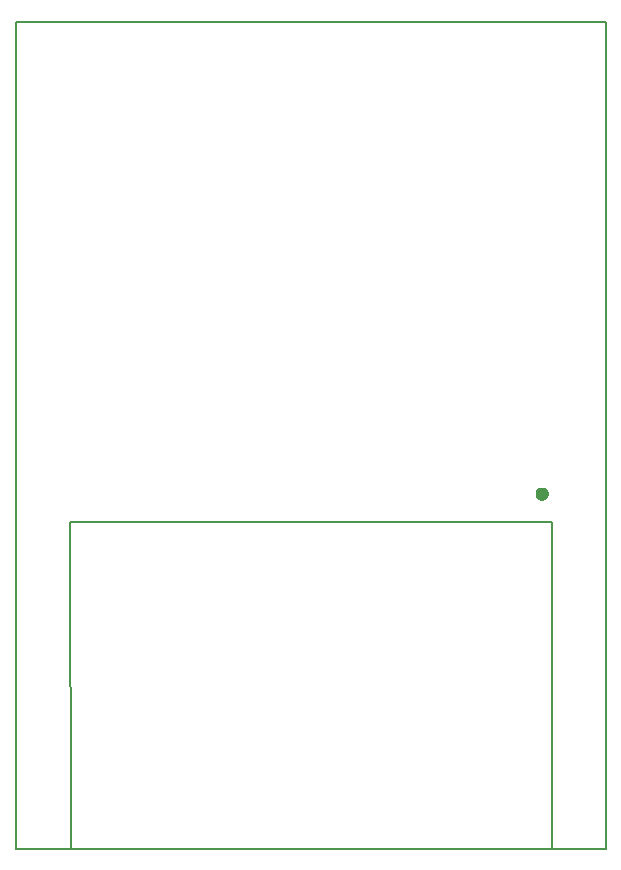
<source format=gbr>
G04 EAGLE Gerber RS-274X export*
G75*
%MOMM*%
%FSLAX34Y34*%
%LPD*%
%INSilkscreen Bottom*%
%IPPOS*%
%AMOC8*
5,1,8,0,0,1.08239X$1,22.5*%
G01*
%ADD10C,0.127000*%
%ADD11C,0.609600*%


D10*
X204000Y-342900D02*
X204000Y-66040D01*
X-204000Y-66040D02*
X-203000Y-342900D01*
X-250000Y357100D02*
X250000Y357100D01*
X-250000Y357100D02*
X-250000Y-342900D01*
X-203000Y-342900D01*
X204000Y-342900D01*
X250000Y-342900D01*
X250000Y357100D01*
X204000Y-66040D02*
X-204000Y-66040D01*
D11*
X192800Y-42360D02*
X192802Y-42260D01*
X192808Y-42159D01*
X192818Y-42060D01*
X192832Y-41960D01*
X192849Y-41861D01*
X192871Y-41763D01*
X192897Y-41666D01*
X192926Y-41570D01*
X192959Y-41476D01*
X192996Y-41382D01*
X193036Y-41290D01*
X193080Y-41200D01*
X193128Y-41112D01*
X193179Y-41025D01*
X193233Y-40941D01*
X193291Y-40859D01*
X193352Y-40779D01*
X193416Y-40702D01*
X193483Y-40627D01*
X193553Y-40555D01*
X193626Y-40486D01*
X193701Y-40420D01*
X193779Y-40356D01*
X193859Y-40296D01*
X193942Y-40239D01*
X194027Y-40186D01*
X194114Y-40136D01*
X194203Y-40089D01*
X194293Y-40046D01*
X194385Y-40006D01*
X194479Y-39970D01*
X194574Y-39938D01*
X194670Y-39910D01*
X194768Y-39885D01*
X194866Y-39865D01*
X194965Y-39848D01*
X195065Y-39835D01*
X195164Y-39826D01*
X195265Y-39821D01*
X195365Y-39820D01*
X195465Y-39823D01*
X195566Y-39830D01*
X195665Y-39841D01*
X195765Y-39856D01*
X195863Y-39874D01*
X195961Y-39897D01*
X196058Y-39924D01*
X196153Y-39954D01*
X196248Y-39988D01*
X196341Y-40026D01*
X196432Y-40067D01*
X196522Y-40112D01*
X196610Y-40160D01*
X196696Y-40212D01*
X196780Y-40267D01*
X196861Y-40326D01*
X196940Y-40388D01*
X197017Y-40452D01*
X197091Y-40520D01*
X197162Y-40591D01*
X197231Y-40664D01*
X197296Y-40740D01*
X197359Y-40819D01*
X197418Y-40900D01*
X197474Y-40983D01*
X197527Y-41068D01*
X197576Y-41156D01*
X197622Y-41245D01*
X197664Y-41336D01*
X197703Y-41429D01*
X197738Y-41523D01*
X197769Y-41618D01*
X197797Y-41715D01*
X197820Y-41812D01*
X197840Y-41911D01*
X197856Y-42010D01*
X197868Y-42109D01*
X197876Y-42210D01*
X197880Y-42310D01*
X197880Y-42410D01*
X197876Y-42510D01*
X197868Y-42611D01*
X197856Y-42710D01*
X197840Y-42809D01*
X197820Y-42908D01*
X197797Y-43005D01*
X197769Y-43102D01*
X197738Y-43197D01*
X197703Y-43291D01*
X197664Y-43384D01*
X197622Y-43475D01*
X197576Y-43564D01*
X197527Y-43652D01*
X197474Y-43737D01*
X197418Y-43820D01*
X197359Y-43901D01*
X197296Y-43980D01*
X197231Y-44056D01*
X197162Y-44129D01*
X197091Y-44200D01*
X197017Y-44268D01*
X196940Y-44332D01*
X196861Y-44394D01*
X196780Y-44453D01*
X196696Y-44508D01*
X196610Y-44560D01*
X196522Y-44608D01*
X196432Y-44653D01*
X196341Y-44694D01*
X196248Y-44732D01*
X196153Y-44766D01*
X196058Y-44796D01*
X195961Y-44823D01*
X195863Y-44846D01*
X195765Y-44864D01*
X195665Y-44879D01*
X195566Y-44890D01*
X195465Y-44897D01*
X195365Y-44900D01*
X195265Y-44899D01*
X195164Y-44894D01*
X195065Y-44885D01*
X194965Y-44872D01*
X194866Y-44855D01*
X194768Y-44835D01*
X194670Y-44810D01*
X194574Y-44782D01*
X194479Y-44750D01*
X194385Y-44714D01*
X194293Y-44674D01*
X194203Y-44631D01*
X194114Y-44584D01*
X194027Y-44534D01*
X193942Y-44481D01*
X193859Y-44424D01*
X193779Y-44364D01*
X193701Y-44300D01*
X193626Y-44234D01*
X193553Y-44165D01*
X193483Y-44093D01*
X193416Y-44018D01*
X193352Y-43941D01*
X193291Y-43861D01*
X193233Y-43779D01*
X193179Y-43695D01*
X193128Y-43608D01*
X193080Y-43520D01*
X193036Y-43430D01*
X192996Y-43338D01*
X192959Y-43244D01*
X192926Y-43150D01*
X192897Y-43054D01*
X192871Y-42957D01*
X192849Y-42859D01*
X192832Y-42760D01*
X192818Y-42660D01*
X192808Y-42561D01*
X192802Y-42460D01*
X192800Y-42360D01*
M02*

</source>
